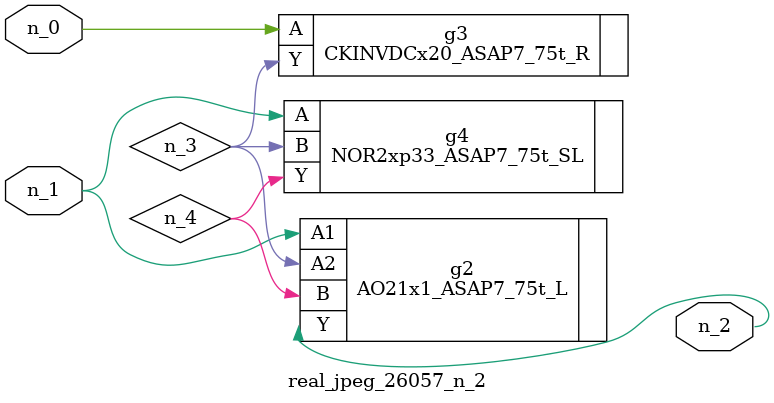
<source format=v>
module real_jpeg_26057_n_2 (n_1, n_0, n_2);

input n_1;
input n_0;

output n_2;

wire n_4;
wire n_3;

CKINVDCx20_ASAP7_75t_R g3 ( 
.A(n_0),
.Y(n_3)
);

AO21x1_ASAP7_75t_L g2 ( 
.A1(n_1),
.A2(n_3),
.B(n_4),
.Y(n_2)
);

NOR2xp33_ASAP7_75t_SL g4 ( 
.A(n_1),
.B(n_3),
.Y(n_4)
);


endmodule
</source>
